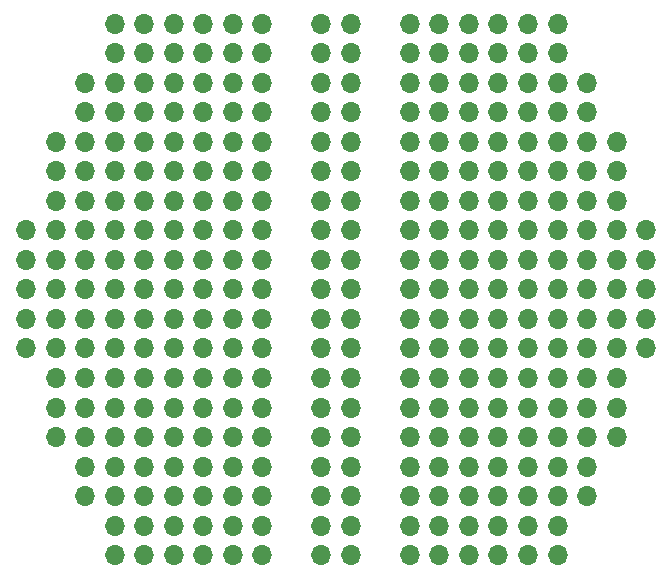
<source format=gbl>
G04 #@! TF.GenerationSoftware,KiCad,Pcbnew,no-vcs-found-1773985~61~ubuntu16.04.1*
G04 #@! TF.CreationDate,2018-02-01T00:18:09+01:00*
G04 #@! TF.ProjectId,ripolab_protroboard_v2,7269706F6C61625F70726F74726F626F,rev?*
G04 #@! TF.SameCoordinates,Original*
G04 #@! TF.FileFunction,Copper,L2,Bot,Signal*
G04 #@! TF.FilePolarity,Positive*
%FSLAX46Y46*%
G04 Gerber Fmt 4.6, Leading zero omitted, Abs format (unit mm)*
G04 Created by KiCad (PCBNEW no-vcs-found-1773985~61~ubuntu16.04.1) date Thu Feb  1 00:18:09 2018*
%MOMM*%
%LPD*%
G01*
G04 APERTURE LIST*
%ADD10O,1.700000X1.700000*%
G04 APERTURE END LIST*
D10*
X117700660Y-93300100D03*
X117700660Y-103300100D03*
X117700660Y-95800100D03*
X117700660Y-100800100D03*
X117700660Y-98300100D03*
X170200660Y-100800100D03*
X170200660Y-93300100D03*
X170200660Y-103300100D03*
X170200660Y-95800100D03*
X170200660Y-98300100D03*
X165200660Y-80800100D03*
X165200660Y-83300100D03*
X132700660Y-120800100D03*
X135200660Y-120800100D03*
X135200660Y-118300100D03*
X162700660Y-118300100D03*
X125200660Y-120800100D03*
X125200660Y-118300100D03*
X127700660Y-118300100D03*
X157700660Y-120800100D03*
X155200660Y-120800100D03*
X155200660Y-118300100D03*
X130200660Y-120800100D03*
X130200660Y-118300100D03*
X162700660Y-120800100D03*
X160200660Y-118300100D03*
X145200660Y-120800100D03*
X157700660Y-118300100D03*
X150200660Y-120800100D03*
X145200660Y-118300100D03*
X142700660Y-118300100D03*
X160200660Y-120800100D03*
X127700660Y-120800100D03*
X137700660Y-120800100D03*
X150200660Y-118300100D03*
X152700660Y-120800100D03*
X142700660Y-120800100D03*
X137700660Y-118300100D03*
X132700660Y-118300100D03*
X152700660Y-118300100D03*
X157700660Y-115800100D03*
X160200660Y-115800100D03*
X160200660Y-113300100D03*
X150200660Y-115800100D03*
X150200660Y-113300100D03*
X152700660Y-113300100D03*
X165200660Y-113300100D03*
X155200660Y-115800100D03*
X155200660Y-113300100D03*
X152700660Y-115800100D03*
X145200660Y-113300100D03*
X162700660Y-115800100D03*
X165200660Y-115800100D03*
X145200660Y-115800100D03*
X162700660Y-113300100D03*
X157700660Y-113300100D03*
X125200660Y-113300100D03*
X130200660Y-115800100D03*
X122700660Y-113300100D03*
X142700660Y-115800100D03*
X122700660Y-115800100D03*
X142700660Y-113300100D03*
X132700660Y-115800100D03*
X135200660Y-115800100D03*
X137700660Y-115800100D03*
X127700660Y-113300100D03*
X130200660Y-113300100D03*
X125200660Y-115800100D03*
X127700660Y-115800100D03*
X132700660Y-113300100D03*
X135200660Y-113300100D03*
X137700660Y-113300100D03*
X155200660Y-100800100D03*
X142700660Y-100800100D03*
X150200660Y-103300100D03*
X132700660Y-100800100D03*
X125200660Y-105800100D03*
X122700660Y-105800100D03*
X132700660Y-105800100D03*
X145200660Y-110800100D03*
X137700660Y-110800100D03*
X135200660Y-100800100D03*
X142700660Y-110800100D03*
X145200660Y-108300100D03*
X122700660Y-108300100D03*
X120200660Y-108300100D03*
X162700660Y-103300100D03*
X150200660Y-100800100D03*
X120200660Y-100800100D03*
X142700660Y-108300100D03*
X152700660Y-100800100D03*
X167700660Y-108300100D03*
X142700660Y-105800100D03*
X137700660Y-100800100D03*
X120200660Y-105800100D03*
X130200660Y-103300100D03*
X127700660Y-103300100D03*
X125200660Y-103300100D03*
X145200660Y-100800100D03*
X167700660Y-103300100D03*
X145200660Y-103300100D03*
X165200660Y-105800100D03*
X165200660Y-103300100D03*
X157700660Y-100800100D03*
X135200660Y-105800100D03*
X132700660Y-103300100D03*
X122700660Y-103300100D03*
X120200660Y-103300100D03*
X122700660Y-110800100D03*
X120200660Y-110800100D03*
X130200660Y-108300100D03*
X155200660Y-108300100D03*
X152700660Y-105800100D03*
X137700660Y-105800100D03*
X137700660Y-103300100D03*
X157700660Y-108300100D03*
X155200660Y-103300100D03*
X135200660Y-110800100D03*
X132700660Y-110800100D03*
X137700660Y-108300100D03*
X135200660Y-108300100D03*
X160200660Y-108300100D03*
X157700660Y-110800100D03*
X155200660Y-105800100D03*
X150200660Y-108300100D03*
X167700660Y-110800100D03*
X142700660Y-103300100D03*
X152700660Y-103300100D03*
X162700660Y-110800100D03*
X167700660Y-100800100D03*
X132700660Y-108300100D03*
X125200660Y-100800100D03*
X165200660Y-100800100D03*
X130200660Y-105800100D03*
X127700660Y-105800100D03*
X160200660Y-110800100D03*
X127700660Y-108300100D03*
X125200660Y-108300100D03*
X145200660Y-105800100D03*
X157700660Y-103300100D03*
X160200660Y-100800100D03*
X150200660Y-105800100D03*
X167700660Y-105800100D03*
X162700660Y-108300100D03*
X160200660Y-105800100D03*
X157700660Y-105800100D03*
X155200660Y-110800100D03*
X122700660Y-100800100D03*
X130200660Y-100800100D03*
X127700660Y-100800100D03*
X162700660Y-105800100D03*
X150200660Y-110800100D03*
X160200660Y-103300100D03*
X162700660Y-100800100D03*
X165200660Y-108300100D03*
X152700660Y-110800100D03*
X165200660Y-110800100D03*
X135200660Y-103300100D03*
X130200660Y-110800100D03*
X127700660Y-110800100D03*
X125200660Y-110800100D03*
X152700660Y-108300100D03*
X125200660Y-93300100D03*
X122700660Y-93300100D03*
X120200660Y-93300100D03*
X130200660Y-90800100D03*
X127700660Y-90800100D03*
X125200660Y-90800100D03*
X145200660Y-88300100D03*
X167700660Y-90800100D03*
X145200660Y-90800100D03*
X165200660Y-93300100D03*
X165200660Y-90800100D03*
X157700660Y-88300100D03*
X135200660Y-98300100D03*
X132700660Y-98300100D03*
X137700660Y-95800100D03*
X135200660Y-95800100D03*
X160200660Y-95800100D03*
X157700660Y-98300100D03*
X155200660Y-93300100D03*
X150200660Y-95800100D03*
X145200660Y-93300100D03*
X157700660Y-90800100D03*
X160200660Y-88300100D03*
X150200660Y-93300100D03*
X167700660Y-93300100D03*
X162700660Y-95800100D03*
X160200660Y-93300100D03*
X157700660Y-93300100D03*
X155200660Y-98300100D03*
X122700660Y-88300100D03*
X150200660Y-88300100D03*
X120200660Y-88300100D03*
X142700660Y-95800100D03*
X152700660Y-88300100D03*
X167700660Y-95800100D03*
X142700660Y-93300100D03*
X137700660Y-88300100D03*
X160200660Y-90800100D03*
X162700660Y-88300100D03*
X165200660Y-95800100D03*
X152700660Y-98300100D03*
X165200660Y-98300100D03*
X135200660Y-90800100D03*
X130200660Y-98300100D03*
X127700660Y-98300100D03*
X125200660Y-98300100D03*
X122700660Y-98300100D03*
X120200660Y-98300100D03*
X130200660Y-95800100D03*
X155200660Y-95800100D03*
X152700660Y-93300100D03*
X137700660Y-93300100D03*
X137700660Y-90800100D03*
X157700660Y-95800100D03*
X155200660Y-90800100D03*
X132700660Y-93300100D03*
X145200660Y-98300100D03*
X137700660Y-98300100D03*
X135200660Y-88300100D03*
X142700660Y-98300100D03*
X145200660Y-95800100D03*
X160200660Y-98300100D03*
X127700660Y-95800100D03*
X125200660Y-95800100D03*
X122700660Y-95800100D03*
X120200660Y-95800100D03*
X130200660Y-93300100D03*
X127700660Y-93300100D03*
X152700660Y-90800100D03*
X162700660Y-98300100D03*
X155200660Y-88300100D03*
X167700660Y-98300100D03*
X142700660Y-90800100D03*
X135200660Y-93300100D03*
X132700660Y-90800100D03*
X162700660Y-93300100D03*
X150200660Y-98300100D03*
X167700660Y-88300100D03*
X132700660Y-95800100D03*
X142700660Y-88300100D03*
X150200660Y-90800100D03*
X122700660Y-90800100D03*
X120200660Y-90800100D03*
X130200660Y-88300100D03*
X127700660Y-88300100D03*
X125200660Y-88300100D03*
X162700660Y-90800100D03*
X152700660Y-95800100D03*
X165200660Y-88300100D03*
X132700660Y-88300100D03*
X157700660Y-75800100D03*
X157700660Y-78300100D03*
X160200660Y-75800100D03*
X162700660Y-83300100D03*
X160200660Y-80800100D03*
X157700660Y-80800100D03*
X162700660Y-80800100D03*
X167700660Y-85800100D03*
X162700660Y-75800100D03*
X160200660Y-78300100D03*
X165200660Y-85800100D03*
X160200660Y-83300100D03*
X157700660Y-85800100D03*
X160200660Y-85800100D03*
X157700660Y-83300100D03*
X162700660Y-85800100D03*
X162700660Y-78300100D03*
X145200660Y-85800100D03*
X150200660Y-83300100D03*
X155200660Y-83300100D03*
X152700660Y-83300100D03*
X155200660Y-80800100D03*
X152700660Y-80800100D03*
X152700660Y-78300100D03*
X150200660Y-75800100D03*
X150200660Y-80800100D03*
X150200660Y-78300100D03*
X145200660Y-80800100D03*
X150200660Y-85800100D03*
X155200660Y-85800100D03*
X152700660Y-85800100D03*
X152700660Y-75800100D03*
X155200660Y-78300100D03*
X145200660Y-78300100D03*
X145200660Y-83300100D03*
X155200660Y-75800100D03*
X145200660Y-75800100D03*
X137700660Y-80800100D03*
X135200660Y-80800100D03*
X132700660Y-80800100D03*
X142700660Y-78300100D03*
X137700660Y-78300100D03*
X135200660Y-75800100D03*
X132700660Y-75800100D03*
X142700660Y-85800100D03*
X137700660Y-85800100D03*
X135200660Y-85800100D03*
X132700660Y-85800100D03*
X142700660Y-83300100D03*
X137700660Y-83300100D03*
X135200660Y-83300100D03*
X132700660Y-83300100D03*
X142700660Y-80800100D03*
X135200660Y-78300100D03*
X132700660Y-78300100D03*
X142700660Y-75800100D03*
X137700660Y-75800100D03*
X130200660Y-85800100D03*
X127700660Y-85800100D03*
X125200660Y-85800100D03*
X122700660Y-85800100D03*
X120200660Y-85800100D03*
X130200660Y-83300100D03*
X127700660Y-83300100D03*
X125200660Y-83300100D03*
X122700660Y-83300100D03*
X130200660Y-80800100D03*
X127700660Y-80800100D03*
X125200660Y-80800100D03*
X122700660Y-80800100D03*
X130200660Y-78300100D03*
X127700660Y-78300100D03*
X125200660Y-78300100D03*
X130200660Y-75800100D03*
X127700660Y-75800100D03*
X125200660Y-75800100D03*
M02*

</source>
